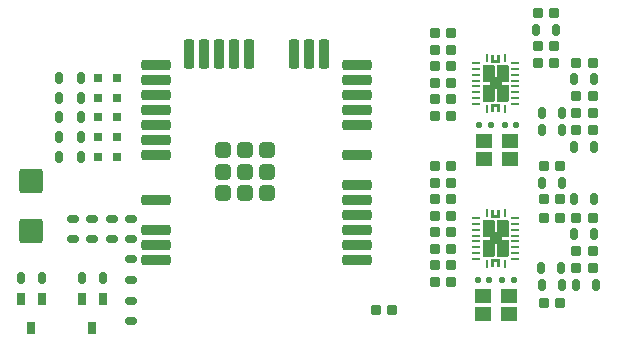
<source format=gbp>
G04*
G04 #@! TF.GenerationSoftware,Altium Limited,Altium Designer,24.0.1 (36)*
G04*
G04 Layer_Color=128*
%FSLAX44Y44*%
%MOMM*%
G71*
G04*
G04 #@! TF.SameCoordinates,D38121D6-FCFD-4B36-9C1B-6ACBE93BEE1E*
G04*
G04*
G04 #@! TF.FilePolarity,Positive*
G04*
G01*
G75*
G04:AMPARAMS|DCode=17|XSize=1mm|YSize=0.7mm|CornerRadius=0.175mm|HoleSize=0mm|Usage=FLASHONLY|Rotation=270.000|XOffset=0mm|YOffset=0mm|HoleType=Round|Shape=RoundedRectangle|*
%AMROUNDEDRECTD17*
21,1,1.0000,0.3500,0,0,270.0*
21,1,0.6500,0.7000,0,0,270.0*
1,1,0.3500,-0.1750,-0.3250*
1,1,0.3500,-0.1750,0.3250*
1,1,0.3500,0.1750,0.3250*
1,1,0.3500,0.1750,-0.3250*
%
%ADD17ROUNDEDRECTD17*%
G04:AMPARAMS|DCode=22|XSize=1mm|YSize=0.7mm|CornerRadius=0.175mm|HoleSize=0mm|Usage=FLASHONLY|Rotation=180.000|XOffset=0mm|YOffset=0mm|HoleType=Round|Shape=RoundedRectangle|*
%AMROUNDEDRECTD22*
21,1,1.0000,0.3500,0,0,180.0*
21,1,0.6500,0.7000,0,0,180.0*
1,1,0.3500,-0.3250,0.1750*
1,1,0.3500,0.3250,0.1750*
1,1,0.3500,0.3250,-0.1750*
1,1,0.3500,-0.3250,-0.1750*
%
%ADD22ROUNDEDRECTD22*%
G04:AMPARAMS|DCode=24|XSize=2.06mm|YSize=2.02mm|CornerRadius=0.2525mm|HoleSize=0mm|Usage=FLASHONLY|Rotation=270.000|XOffset=0mm|YOffset=0mm|HoleType=Round|Shape=RoundedRectangle|*
%AMROUNDEDRECTD24*
21,1,2.0600,1.5150,0,0,270.0*
21,1,1.5550,2.0200,0,0,270.0*
1,1,0.5050,-0.7575,-0.7775*
1,1,0.5050,-0.7575,0.7775*
1,1,0.5050,0.7575,0.7775*
1,1,0.5050,0.7575,-0.7775*
%
%ADD24ROUNDEDRECTD24*%
G04:AMPARAMS|DCode=33|XSize=0.81mm|YSize=0.9mm|CornerRadius=0.2025mm|HoleSize=0mm|Usage=FLASHONLY|Rotation=0.000|XOffset=0mm|YOffset=0mm|HoleType=Round|Shape=RoundedRectangle|*
%AMROUNDEDRECTD33*
21,1,0.8100,0.4950,0,0,0.0*
21,1,0.4050,0.9000,0,0,0.0*
1,1,0.4050,0.2025,-0.2475*
1,1,0.4050,-0.2025,-0.2475*
1,1,0.4050,-0.2025,0.2475*
1,1,0.4050,0.2025,0.2475*
%
%ADD33ROUNDEDRECTD33*%
G04:AMPARAMS|DCode=65|XSize=0.25mm|YSize=0.6mm|CornerRadius=0.0525mm|HoleSize=0mm|Usage=FLASHONLY|Rotation=0.000|XOffset=0mm|YOffset=0mm|HoleType=Round|Shape=RoundedRectangle|*
%AMROUNDEDRECTD65*
21,1,0.2500,0.4950,0,0,0.0*
21,1,0.1450,0.6000,0,0,0.0*
1,1,0.1050,0.0725,-0.2475*
1,1,0.1050,-0.0725,-0.2475*
1,1,0.1050,-0.0725,0.2475*
1,1,0.1050,0.0725,0.2475*
%
%ADD65ROUNDEDRECTD65*%
G04:AMPARAMS|DCode=66|XSize=0.6mm|YSize=0.25mm|CornerRadius=0.0525mm|HoleSize=0mm|Usage=FLASHONLY|Rotation=0.000|XOffset=0mm|YOffset=0mm|HoleType=Round|Shape=RoundedRectangle|*
%AMROUNDEDRECTD66*
21,1,0.6000,0.1450,0,0,0.0*
21,1,0.4950,0.2500,0,0,0.0*
1,1,0.1050,0.2475,-0.0725*
1,1,0.1050,-0.2475,-0.0725*
1,1,0.1050,-0.2475,0.0725*
1,1,0.1050,0.2475,0.0725*
%
%ADD66ROUNDEDRECTD66*%
%ADD67R,1.0000X1.0000*%
G04:AMPARAMS|DCode=68|XSize=2.5mm|YSize=0.9mm|CornerRadius=0.225mm|HoleSize=0mm|Usage=FLASHONLY|Rotation=0.000|XOffset=0mm|YOffset=0mm|HoleType=Round|Shape=RoundedRectangle|*
%AMROUNDEDRECTD68*
21,1,2.5000,0.4500,0,0,0.0*
21,1,2.0500,0.9000,0,0,0.0*
1,1,0.4500,1.0250,-0.2250*
1,1,0.4500,-1.0250,-0.2250*
1,1,0.4500,-1.0250,0.2250*
1,1,0.4500,1.0250,0.2250*
%
%ADD68ROUNDEDRECTD68*%
G04:AMPARAMS|DCode=69|XSize=0.9mm|YSize=2.5mm|CornerRadius=0.225mm|HoleSize=0mm|Usage=FLASHONLY|Rotation=0.000|XOffset=0mm|YOffset=0mm|HoleType=Round|Shape=RoundedRectangle|*
%AMROUNDEDRECTD69*
21,1,0.9000,2.0500,0,0,0.0*
21,1,0.4500,2.5000,0,0,0.0*
1,1,0.4500,0.2250,-1.0250*
1,1,0.4500,-0.2250,-1.0250*
1,1,0.4500,-0.2250,1.0250*
1,1,0.4500,0.2250,1.0250*
%
%ADD69ROUNDEDRECTD69*%
G04:AMPARAMS|DCode=70|XSize=1.33mm|YSize=1.33mm|CornerRadius=0.3325mm|HoleSize=0mm|Usage=FLASHONLY|Rotation=0.000|XOffset=0mm|YOffset=0mm|HoleType=Round|Shape=RoundedRectangle|*
%AMROUNDEDRECTD70*
21,1,1.3300,0.6650,0,0,0.0*
21,1,0.6650,1.3300,0,0,0.0*
1,1,0.6650,0.3325,-0.3325*
1,1,0.6650,-0.3325,-0.3325*
1,1,0.6650,-0.3325,0.3325*
1,1,0.6650,0.3325,0.3325*
%
%ADD70ROUNDEDRECTD70*%
%ADD71R,0.6500X1.0000*%
%ADD72R,0.8000X0.8000*%
%ADD73R,1.4000X1.1500*%
G04:AMPARAMS|DCode=74|XSize=0.5mm|YSize=0.5mm|CornerRadius=0.125mm|HoleSize=0mm|Usage=FLASHONLY|Rotation=180.000|XOffset=0mm|YOffset=0mm|HoleType=Round|Shape=RoundedRectangle|*
%AMROUNDEDRECTD74*
21,1,0.5000,0.2500,0,0,180.0*
21,1,0.2500,0.5000,0,0,180.0*
1,1,0.2500,-0.1250,0.1250*
1,1,0.2500,0.1250,0.1250*
1,1,0.2500,0.1250,-0.1250*
1,1,0.2500,-0.1250,-0.1250*
%
%ADD74ROUNDEDRECTD74*%
G36*
X442724Y128863D02*
X442750Y128865D01*
X442776Y128868D01*
X442802Y128873D01*
X442827Y128879D01*
X442853Y128886D01*
X442877Y128895D01*
X442901Y128905D01*
X442925Y128916D01*
X442948Y128929D01*
X442970Y128942D01*
X442992Y128957D01*
X443013Y128973D01*
X443033Y128990D01*
X443052Y129008D01*
X443070Y129027D01*
X443087Y129047D01*
X443103Y129068D01*
X443117Y129090D01*
X443131Y129112D01*
X443144Y129135D01*
X443155Y129158D01*
X443165Y129183D01*
X443174Y129207D01*
X443181Y129233D01*
X443187Y129258D01*
X443192Y129284D01*
X443195Y129310D01*
X443197Y129336D01*
X443198Y129362D01*
Y135512D01*
X443197Y135538D01*
X443195Y135564D01*
X443192Y135590D01*
X443187Y135616D01*
X443181Y135641D01*
X443174Y135666D01*
X443165Y135691D01*
X443155Y135715D01*
X443144Y135739D01*
X443131Y135762D01*
X443117Y135784D01*
X443103Y135806D01*
X443087Y135827D01*
X443070Y135846D01*
X443052Y135865D01*
X443033Y135883D01*
X443013Y135900D01*
X442992Y135916D01*
X442970Y135931D01*
X442948Y135945D01*
X442925Y135957D01*
X442901Y135969D01*
X442877Y135979D01*
X442853Y135987D01*
X442827Y135995D01*
X442802Y136001D01*
X442776Y136006D01*
X442750Y136009D01*
X442724Y136011D01*
X442698Y136012D01*
X436198D01*
X436172Y136011D01*
X436146Y136009D01*
X436120Y136006D01*
X436094Y136001D01*
X436069Y135995D01*
X436044Y135987D01*
X436019Y135979D01*
X435995Y135969D01*
X435971Y135957D01*
X435948Y135945D01*
X435926Y135931D01*
X435904Y135916D01*
X435883Y135900D01*
X435863Y135883D01*
X435845Y135865D01*
X435826Y135846D01*
X435810Y135827D01*
X435794Y135806D01*
X435779Y135784D01*
X435765Y135762D01*
X435753Y135739D01*
X435741Y135715D01*
X435731Y135691D01*
X435723Y135666D01*
X435715Y135641D01*
X435709Y135616D01*
X435704Y135590D01*
X435701Y135564D01*
X435699Y135538D01*
X435698Y135512D01*
Y129362D01*
X435699Y129336D01*
X435701Y129310D01*
X435704Y129284D01*
X435709Y129258D01*
X435715Y129233D01*
X435723Y129207D01*
X435731Y129183D01*
X435741Y129158D01*
X435753Y129135D01*
X435765Y129112D01*
X435779Y129090D01*
X435794Y129068D01*
X435810Y129047D01*
X435826Y129027D01*
X435845Y129008D01*
X435863Y128990D01*
X435883Y128973D01*
X435904Y128957D01*
X435926Y128942D01*
X435948Y128929D01*
X435971Y128916D01*
X435995Y128905D01*
X436019Y128895D01*
X436044Y128886D01*
X436069Y128879D01*
X436094Y128873D01*
X436120Y128868D01*
X436146Y128865D01*
X436172Y128863D01*
X436198Y128862D01*
X437698D01*
X437724Y128863D01*
X437750Y128865D01*
X437776Y128868D01*
X437802Y128873D01*
X437827Y128879D01*
X437853Y128886D01*
X437877Y128895D01*
X437901Y128905D01*
X437925Y128916D01*
X437948Y128929D01*
X437970Y128942D01*
X437992Y128957D01*
X438013Y128973D01*
X438033Y128990D01*
X438052Y129008D01*
X438070Y129027D01*
X438087Y129047D01*
X438103Y129068D01*
X438117Y129090D01*
X438131Y129112D01*
X438144Y129135D01*
X438155Y129158D01*
X438165Y129183D01*
X438174Y129207D01*
X438181Y129233D01*
X438187Y129258D01*
X438192Y129284D01*
X438195Y129310D01*
X438197Y129336D01*
X438198Y129362D01*
Y133512D01*
X440698D01*
Y129362D01*
X440699Y129336D01*
X440701Y129310D01*
X440704Y129284D01*
X440709Y129258D01*
X440715Y129233D01*
X440723Y129207D01*
X440731Y129183D01*
X440741Y129158D01*
X440753Y129135D01*
X440765Y129112D01*
X440779Y129090D01*
X440794Y129068D01*
X440810Y129047D01*
X440827Y129027D01*
X440845Y129008D01*
X440864Y128990D01*
X440883Y128973D01*
X440904Y128957D01*
X440926Y128942D01*
X440948Y128929D01*
X440971Y128916D01*
X440995Y128905D01*
X441019Y128895D01*
X441044Y128886D01*
X441069Y128879D01*
X441094Y128873D01*
X441120Y128868D01*
X441146Y128865D01*
X441172Y128863D01*
X441198Y128862D01*
X442698D01*
X442724Y128863D01*
D02*
G37*
G36*
X437974Y138013D02*
X438000Y138015D01*
X438026Y138018D01*
X438052Y138023D01*
X438078Y138029D01*
X438103Y138036D01*
X438127Y138045D01*
X438152Y138055D01*
X438175Y138066D01*
X438198Y138079D01*
X438220Y138092D01*
X438242Y138107D01*
X438263Y138123D01*
X438283Y138140D01*
X438302Y138158D01*
X438320Y138177D01*
X438337Y138197D01*
X438353Y138218D01*
X438367Y138240D01*
X438381Y138262D01*
X438394Y138285D01*
X438405Y138308D01*
X438415Y138333D01*
X438424Y138357D01*
X438431Y138383D01*
X438437Y138408D01*
X438442Y138434D01*
X438445Y138460D01*
X438447Y138486D01*
X438448Y138512D01*
Y151812D01*
X438447Y151838D01*
X438445Y151864D01*
X438442Y151890D01*
X438437Y151916D01*
X438431Y151941D01*
X438424Y151966D01*
X438415Y151991D01*
X438405Y152015D01*
X438394Y152039D01*
X438381Y152062D01*
X438367Y152084D01*
X438353Y152106D01*
X438337Y152127D01*
X438320Y152146D01*
X438302Y152165D01*
X438283Y152183D01*
X438263Y152200D01*
X438242Y152216D01*
X438220Y152231D01*
X438198Y152245D01*
X438175Y152257D01*
X438152Y152269D01*
X438127Y152279D01*
X438103Y152287D01*
X438078Y152295D01*
X438052Y152301D01*
X438026Y152306D01*
X438000Y152309D01*
X437974Y152311D01*
X437948Y152312D01*
X429148D01*
X429122Y152311D01*
X429096Y152309D01*
X429070Y152306D01*
X429044Y152301D01*
X429019Y152295D01*
X428994Y152287D01*
X428969Y152279D01*
X428945Y152269D01*
X428921Y152257D01*
X428898Y152245D01*
X428876Y152231D01*
X428854Y152216D01*
X428834Y152200D01*
X428814Y152183D01*
X428795Y152165D01*
X428777Y152146D01*
X428759Y152127D01*
X428744Y152106D01*
X428729Y152084D01*
X428715Y152062D01*
X428703Y152039D01*
X428691Y152015D01*
X428681Y151991D01*
X428673Y151966D01*
X428665Y151941D01*
X428659Y151916D01*
X428654Y151890D01*
X428651Y151864D01*
X428649Y151838D01*
X428648Y151812D01*
Y138512D01*
X428649Y138486D01*
X428651Y138460D01*
X428654Y138434D01*
X428659Y138408D01*
X428665Y138383D01*
X428673Y138357D01*
X428681Y138333D01*
X428691Y138308D01*
X428703Y138285D01*
X428715Y138262D01*
X428729Y138240D01*
X428744Y138218D01*
X428759Y138197D01*
X428777Y138177D01*
X428795Y138158D01*
X428814Y138140D01*
X428834Y138123D01*
X428854Y138107D01*
X428876Y138092D01*
X428898Y138079D01*
X428921Y138066D01*
X428945Y138055D01*
X428969Y138045D01*
X428994Y138036D01*
X429019Y138029D01*
X429044Y138023D01*
X429070Y138018D01*
X429096Y138015D01*
X429122Y138013D01*
X429148Y138012D01*
X437948D01*
X437974Y138013D01*
D02*
G37*
G36*
X449774D02*
X449800Y138015D01*
X449826Y138018D01*
X449852Y138023D01*
X449878Y138029D01*
X449903Y138036D01*
X449927Y138045D01*
X449952Y138055D01*
X449975Y138066D01*
X449998Y138079D01*
X450020Y138092D01*
X450042Y138107D01*
X450063Y138123D01*
X450083Y138140D01*
X450102Y138158D01*
X450120Y138177D01*
X450137Y138197D01*
X450153Y138218D01*
X450168Y138240D01*
X450181Y138262D01*
X450194Y138285D01*
X450205Y138308D01*
X450215Y138333D01*
X450224Y138357D01*
X450231Y138383D01*
X450237Y138408D01*
X450242Y138434D01*
X450245Y138460D01*
X450247Y138486D01*
X450248Y138512D01*
Y151812D01*
X450247Y151838D01*
X450245Y151864D01*
X450242Y151890D01*
X450237Y151916D01*
X450231Y151941D01*
X450224Y151966D01*
X450215Y151991D01*
X450205Y152015D01*
X450194Y152039D01*
X450181Y152062D01*
X450168Y152084D01*
X450153Y152106D01*
X450137Y152127D01*
X450120Y152146D01*
X450102Y152165D01*
X450083Y152183D01*
X450063Y152200D01*
X450042Y152216D01*
X450020Y152231D01*
X449998Y152245D01*
X449975Y152257D01*
X449952Y152269D01*
X449927Y152279D01*
X449903Y152287D01*
X449878Y152295D01*
X449852Y152301D01*
X449826Y152306D01*
X449800Y152309D01*
X449774Y152311D01*
X449748Y152312D01*
X440948D01*
X440922Y152311D01*
X440896Y152309D01*
X440870Y152306D01*
X440844Y152301D01*
X440819Y152295D01*
X440794Y152287D01*
X440769Y152279D01*
X440745Y152269D01*
X440721Y152257D01*
X440698Y152245D01*
X440676Y152231D01*
X440654Y152216D01*
X440634Y152200D01*
X440614Y152183D01*
X440595Y152165D01*
X440577Y152146D01*
X440560Y152127D01*
X440544Y152106D01*
X440529Y152084D01*
X440515Y152062D01*
X440503Y152039D01*
X440491Y152015D01*
X440481Y151991D01*
X440473Y151966D01*
X440465Y151941D01*
X440459Y151916D01*
X440454Y151890D01*
X440451Y151864D01*
X440449Y151838D01*
X440448Y151812D01*
Y138512D01*
X440449Y138486D01*
X440451Y138460D01*
X440454Y138434D01*
X440459Y138408D01*
X440465Y138383D01*
X440473Y138357D01*
X440481Y138333D01*
X440491Y138308D01*
X440503Y138285D01*
X440515Y138262D01*
X440529Y138240D01*
X440544Y138218D01*
X440560Y138197D01*
X440577Y138177D01*
X440595Y138158D01*
X440614Y138140D01*
X440634Y138123D01*
X440654Y138107D01*
X440676Y138092D01*
X440698Y138079D01*
X440721Y138066D01*
X440745Y138055D01*
X440769Y138045D01*
X440794Y138036D01*
X440819Y138029D01*
X440844Y138023D01*
X440870Y138018D01*
X440896Y138015D01*
X440922Y138013D01*
X440948Y138012D01*
X449748D01*
X449774Y138013D01*
D02*
G37*
G36*
X437974Y154413D02*
X438000Y154415D01*
X438026Y154418D01*
X438052Y154423D01*
X438078Y154429D01*
X438103Y154436D01*
X438127Y154445D01*
X438152Y154455D01*
X438175Y154466D01*
X438198Y154479D01*
X438220Y154493D01*
X438242Y154507D01*
X438263Y154523D01*
X438283Y154540D01*
X438302Y154558D01*
X438320Y154577D01*
X438337Y154597D01*
X438353Y154618D01*
X438367Y154640D01*
X438381Y154662D01*
X438394Y154685D01*
X438405Y154708D01*
X438415Y154733D01*
X438424Y154757D01*
X438431Y154782D01*
X438437Y154808D01*
X438442Y154834D01*
X438445Y154860D01*
X438447Y154886D01*
X438448Y154912D01*
Y168212D01*
X438447Y168238D01*
X438445Y168264D01*
X438442Y168290D01*
X438437Y168316D01*
X438431Y168341D01*
X438424Y168366D01*
X438415Y168391D01*
X438405Y168415D01*
X438394Y168439D01*
X438381Y168462D01*
X438367Y168484D01*
X438353Y168506D01*
X438337Y168526D01*
X438320Y168546D01*
X438302Y168565D01*
X438283Y168584D01*
X438263Y168601D01*
X438242Y168616D01*
X438220Y168631D01*
X438198Y168645D01*
X438175Y168657D01*
X438152Y168669D01*
X438127Y168679D01*
X438103Y168687D01*
X438078Y168695D01*
X438052Y168701D01*
X438026Y168706D01*
X438000Y168709D01*
X437974Y168711D01*
X437948Y168712D01*
X429148D01*
X429122Y168711D01*
X429096Y168709D01*
X429070Y168706D01*
X429044Y168701D01*
X429019Y168695D01*
X428994Y168687D01*
X428969Y168679D01*
X428945Y168669D01*
X428921Y168657D01*
X428898Y168645D01*
X428876Y168631D01*
X428854Y168616D01*
X428834Y168601D01*
X428814Y168584D01*
X428795Y168565D01*
X428777Y168546D01*
X428759Y168526D01*
X428744Y168506D01*
X428729Y168484D01*
X428715Y168462D01*
X428703Y168439D01*
X428691Y168415D01*
X428681Y168391D01*
X428673Y168366D01*
X428665Y168341D01*
X428659Y168316D01*
X428654Y168290D01*
X428651Y168264D01*
X428649Y168238D01*
X428648Y168212D01*
Y154912D01*
X428649Y154886D01*
X428651Y154860D01*
X428654Y154834D01*
X428659Y154808D01*
X428665Y154782D01*
X428673Y154757D01*
X428681Y154733D01*
X428691Y154708D01*
X428703Y154685D01*
X428715Y154662D01*
X428729Y154640D01*
X428744Y154618D01*
X428759Y154597D01*
X428777Y154577D01*
X428795Y154558D01*
X428814Y154540D01*
X428834Y154523D01*
X428854Y154507D01*
X428876Y154493D01*
X428898Y154479D01*
X428921Y154466D01*
X428945Y154455D01*
X428969Y154445D01*
X428994Y154436D01*
X429019Y154429D01*
X429044Y154423D01*
X429070Y154418D01*
X429096Y154415D01*
X429122Y154413D01*
X429148Y154412D01*
X437948D01*
X437974Y154413D01*
D02*
G37*
G36*
X449774D02*
X449800Y154415D01*
X449826Y154418D01*
X449852Y154423D01*
X449878Y154429D01*
X449903Y154436D01*
X449927Y154445D01*
X449952Y154455D01*
X449975Y154466D01*
X449998Y154479D01*
X450020Y154493D01*
X450042Y154507D01*
X450063Y154523D01*
X450083Y154540D01*
X450102Y154558D01*
X450120Y154577D01*
X450137Y154597D01*
X450153Y154618D01*
X450168Y154640D01*
X450181Y154662D01*
X450194Y154685D01*
X450205Y154708D01*
X450215Y154733D01*
X450224Y154757D01*
X450231Y154782D01*
X450237Y154808D01*
X450242Y154834D01*
X450245Y154860D01*
X450247Y154886D01*
X450248Y154912D01*
Y168212D01*
X450247Y168238D01*
X450245Y168264D01*
X450242Y168290D01*
X450237Y168316D01*
X450231Y168341D01*
X450224Y168366D01*
X450215Y168391D01*
X450205Y168415D01*
X450194Y168439D01*
X450181Y168462D01*
X450168Y168484D01*
X450153Y168506D01*
X450137Y168526D01*
X450120Y168546D01*
X450102Y168565D01*
X450083Y168584D01*
X450063Y168601D01*
X450042Y168616D01*
X450020Y168631D01*
X449998Y168645D01*
X449975Y168657D01*
X449952Y168669D01*
X449927Y168679D01*
X449903Y168687D01*
X449878Y168695D01*
X449852Y168701D01*
X449826Y168706D01*
X449800Y168709D01*
X449774Y168711D01*
X449748Y168712D01*
X440948D01*
X440922Y168711D01*
X440896Y168709D01*
X440870Y168706D01*
X440844Y168701D01*
X440819Y168695D01*
X440794Y168687D01*
X440769Y168679D01*
X440745Y168669D01*
X440721Y168657D01*
X440698Y168645D01*
X440676Y168631D01*
X440654Y168616D01*
X440634Y168601D01*
X440614Y168584D01*
X440595Y168565D01*
X440577Y168546D01*
X440560Y168526D01*
X440544Y168506D01*
X440529Y168484D01*
X440515Y168462D01*
X440503Y168439D01*
X440491Y168415D01*
X440481Y168391D01*
X440473Y168366D01*
X440465Y168341D01*
X440459Y168316D01*
X440454Y168290D01*
X440451Y168264D01*
X440449Y168238D01*
X440448Y168212D01*
Y154912D01*
X440449Y154886D01*
X440451Y154860D01*
X440454Y154834D01*
X440459Y154808D01*
X440465Y154782D01*
X440473Y154757D01*
X440481Y154733D01*
X440491Y154708D01*
X440503Y154685D01*
X440515Y154662D01*
X440529Y154640D01*
X440544Y154618D01*
X440560Y154597D01*
X440577Y154577D01*
X440595Y154558D01*
X440614Y154540D01*
X440634Y154523D01*
X440654Y154507D01*
X440676Y154493D01*
X440698Y154479D01*
X440721Y154466D01*
X440745Y154455D01*
X440769Y154445D01*
X440794Y154436D01*
X440819Y154429D01*
X440844Y154423D01*
X440870Y154418D01*
X440896Y154415D01*
X440922Y154413D01*
X440948Y154412D01*
X449748D01*
X449774Y154413D01*
D02*
G37*
G36*
X442724Y170713D02*
X442750Y170715D01*
X442776Y170718D01*
X442802Y170723D01*
X442827Y170729D01*
X442853Y170736D01*
X442877Y170745D01*
X442901Y170755D01*
X442925Y170766D01*
X442948Y170779D01*
X442970Y170793D01*
X442992Y170807D01*
X443013Y170823D01*
X443033Y170840D01*
X443052Y170858D01*
X443070Y170877D01*
X443087Y170897D01*
X443103Y170918D01*
X443117Y170940D01*
X443131Y170962D01*
X443144Y170985D01*
X443155Y171008D01*
X443165Y171033D01*
X443174Y171057D01*
X443181Y171082D01*
X443187Y171108D01*
X443192Y171134D01*
X443195Y171160D01*
X443197Y171186D01*
X443198Y171212D01*
Y177362D01*
X443197Y177388D01*
X443195Y177414D01*
X443192Y177440D01*
X443187Y177466D01*
X443181Y177491D01*
X443174Y177516D01*
X443165Y177541D01*
X443155Y177565D01*
X443144Y177589D01*
X443131Y177612D01*
X443117Y177634D01*
X443103Y177656D01*
X443087Y177677D01*
X443070Y177696D01*
X443052Y177715D01*
X443033Y177733D01*
X443013Y177750D01*
X442992Y177766D01*
X442970Y177781D01*
X442948Y177795D01*
X442925Y177807D01*
X442901Y177819D01*
X442877Y177829D01*
X442853Y177837D01*
X442827Y177845D01*
X442802Y177851D01*
X442776Y177856D01*
X442750Y177859D01*
X442724Y177861D01*
X442698Y177862D01*
X441198D01*
X441172Y177861D01*
X441146Y177859D01*
X441120Y177856D01*
X441094Y177851D01*
X441069Y177845D01*
X441044Y177837D01*
X441019Y177829D01*
X440995Y177819D01*
X440971Y177807D01*
X440948Y177795D01*
X440926Y177781D01*
X440904Y177766D01*
X440883Y177750D01*
X440864Y177733D01*
X440845Y177715D01*
X440827Y177696D01*
X440810Y177677D01*
X440794Y177656D01*
X440779Y177634D01*
X440765Y177612D01*
X440753Y177589D01*
X440741Y177565D01*
X440731Y177541D01*
X440723Y177516D01*
X440715Y177491D01*
X440709Y177466D01*
X440704Y177440D01*
X440701Y177414D01*
X440699Y177388D01*
X440698Y177362D01*
Y173212D01*
X438198D01*
Y177362D01*
X438197Y177388D01*
X438195Y177414D01*
X438192Y177440D01*
X438187Y177466D01*
X438181Y177491D01*
X438174Y177516D01*
X438165Y177541D01*
X438155Y177565D01*
X438144Y177589D01*
X438131Y177612D01*
X438117Y177634D01*
X438103Y177656D01*
X438087Y177677D01*
X438070Y177696D01*
X438052Y177715D01*
X438033Y177733D01*
X438013Y177750D01*
X437992Y177766D01*
X437970Y177781D01*
X437948Y177795D01*
X437925Y177807D01*
X437901Y177819D01*
X437877Y177829D01*
X437853Y177837D01*
X437827Y177845D01*
X437802Y177851D01*
X437776Y177856D01*
X437750Y177859D01*
X437724Y177861D01*
X437698Y177862D01*
X436198D01*
X436172Y177861D01*
X436146Y177859D01*
X436120Y177856D01*
X436094Y177851D01*
X436069Y177845D01*
X436044Y177837D01*
X436019Y177829D01*
X435995Y177819D01*
X435971Y177807D01*
X435948Y177795D01*
X435926Y177781D01*
X435904Y177766D01*
X435883Y177750D01*
X435863Y177733D01*
X435845Y177715D01*
X435826Y177696D01*
X435810Y177677D01*
X435794Y177656D01*
X435779Y177634D01*
X435765Y177612D01*
X435753Y177589D01*
X435741Y177565D01*
X435731Y177541D01*
X435723Y177516D01*
X435715Y177491D01*
X435709Y177466D01*
X435704Y177440D01*
X435701Y177414D01*
X435699Y177388D01*
X435698Y177362D01*
Y171212D01*
X435699Y171186D01*
X435701Y171160D01*
X435704Y171134D01*
X435709Y171108D01*
X435715Y171082D01*
X435723Y171057D01*
X435731Y171033D01*
X435741Y171008D01*
X435753Y170985D01*
X435765Y170962D01*
X435779Y170940D01*
X435794Y170918D01*
X435810Y170897D01*
X435826Y170877D01*
X435845Y170858D01*
X435863Y170840D01*
X435883Y170823D01*
X435904Y170807D01*
X435926Y170793D01*
X435948Y170779D01*
X435971Y170766D01*
X435995Y170755D01*
X436019Y170745D01*
X436044Y170736D01*
X436069Y170729D01*
X436094Y170723D01*
X436120Y170718D01*
X436146Y170715D01*
X436172Y170713D01*
X436198Y170712D01*
X442698D01*
X442724Y170713D01*
D02*
G37*
G36*
X449774Y283549D02*
X449800Y283547D01*
X449826Y283544D01*
X449852Y283539D01*
X449878Y283533D01*
X449903Y283525D01*
X449927Y283517D01*
X449952Y283507D01*
X449975Y283495D01*
X449998Y283483D01*
X450020Y283469D01*
X450042Y283454D01*
X450063Y283438D01*
X450083Y283421D01*
X450102Y283403D01*
X450120Y283384D01*
X450137Y283365D01*
X450153Y283344D01*
X450168Y283322D01*
X450181Y283300D01*
X450194Y283277D01*
X450205Y283253D01*
X450215Y283229D01*
X450224Y283204D01*
X450231Y283179D01*
X450237Y283154D01*
X450242Y283128D01*
X450245Y283102D01*
X450247Y283076D01*
X450248Y283050D01*
Y269750D01*
X450247Y269724D01*
X450245Y269698D01*
X450242Y269672D01*
X450237Y269646D01*
X450231Y269620D01*
X450224Y269595D01*
X450215Y269571D01*
X450205Y269547D01*
X450194Y269523D01*
X450181Y269500D01*
X450168Y269478D01*
X450153Y269456D01*
X450137Y269435D01*
X450120Y269415D01*
X450102Y269396D01*
X450083Y269378D01*
X450063Y269361D01*
X450042Y269345D01*
X450020Y269331D01*
X449998Y269317D01*
X449975Y269304D01*
X449952Y269293D01*
X449927Y269283D01*
X449903Y269274D01*
X449878Y269267D01*
X449852Y269261D01*
X449826Y269256D01*
X449800Y269253D01*
X449774Y269251D01*
X449748Y269250D01*
X440948D01*
X440922Y269251D01*
X440896Y269253D01*
X440870Y269256D01*
X440844Y269261D01*
X440819Y269267D01*
X440794Y269274D01*
X440769Y269283D01*
X440745Y269293D01*
X440721Y269304D01*
X440698Y269317D01*
X440676Y269331D01*
X440654Y269345D01*
X440634Y269361D01*
X440614Y269378D01*
X440595Y269396D01*
X440577Y269415D01*
X440560Y269435D01*
X440544Y269456D01*
X440529Y269478D01*
X440515Y269500D01*
X440503Y269523D01*
X440491Y269547D01*
X440481Y269571D01*
X440473Y269595D01*
X440465Y269620D01*
X440459Y269646D01*
X440454Y269672D01*
X440451Y269698D01*
X440449Y269724D01*
X440448Y269750D01*
Y283050D01*
X440449Y283076D01*
X440451Y283102D01*
X440454Y283128D01*
X440459Y283154D01*
X440465Y283179D01*
X440473Y283204D01*
X440481Y283229D01*
X440491Y283253D01*
X440503Y283277D01*
X440515Y283300D01*
X440529Y283322D01*
X440544Y283344D01*
X440560Y283365D01*
X440577Y283384D01*
X440595Y283403D01*
X440614Y283421D01*
X440634Y283438D01*
X440654Y283454D01*
X440676Y283469D01*
X440698Y283483D01*
X440721Y283495D01*
X440745Y283507D01*
X440769Y283517D01*
X440794Y283525D01*
X440819Y283533D01*
X440844Y283539D01*
X440870Y283544D01*
X440896Y283547D01*
X440922Y283549D01*
X440948Y283550D01*
X449748D01*
X449774Y283549D01*
D02*
G37*
G36*
X437974D02*
X438000Y283547D01*
X438026Y283544D01*
X438052Y283539D01*
X438078Y283533D01*
X438103Y283525D01*
X438127Y283517D01*
X438152Y283507D01*
X438175Y283495D01*
X438198Y283483D01*
X438220Y283469D01*
X438242Y283454D01*
X438263Y283438D01*
X438283Y283421D01*
X438302Y283403D01*
X438320Y283384D01*
X438337Y283365D01*
X438353Y283344D01*
X438367Y283322D01*
X438381Y283300D01*
X438394Y283277D01*
X438405Y283253D01*
X438415Y283229D01*
X438424Y283204D01*
X438431Y283179D01*
X438437Y283154D01*
X438442Y283128D01*
X438445Y283102D01*
X438447Y283076D01*
X438448Y283050D01*
Y269750D01*
X438447Y269724D01*
X438445Y269698D01*
X438442Y269672D01*
X438437Y269646D01*
X438431Y269620D01*
X438424Y269595D01*
X438415Y269571D01*
X438405Y269547D01*
X438394Y269523D01*
X438381Y269500D01*
X438367Y269478D01*
X438353Y269456D01*
X438337Y269435D01*
X438320Y269415D01*
X438302Y269396D01*
X438283Y269378D01*
X438263Y269361D01*
X438242Y269345D01*
X438220Y269331D01*
X438198Y269317D01*
X438175Y269304D01*
X438152Y269293D01*
X438127Y269283D01*
X438103Y269274D01*
X438078Y269267D01*
X438052Y269261D01*
X438026Y269256D01*
X438000Y269253D01*
X437974Y269251D01*
X437948Y269250D01*
X429148D01*
X429122Y269251D01*
X429096Y269253D01*
X429070Y269256D01*
X429044Y269261D01*
X429019Y269267D01*
X428994Y269274D01*
X428969Y269283D01*
X428945Y269293D01*
X428921Y269304D01*
X428898Y269317D01*
X428876Y269331D01*
X428854Y269345D01*
X428834Y269361D01*
X428814Y269378D01*
X428795Y269396D01*
X428777Y269415D01*
X428759Y269435D01*
X428744Y269456D01*
X428729Y269478D01*
X428715Y269500D01*
X428703Y269523D01*
X428691Y269547D01*
X428681Y269571D01*
X428673Y269595D01*
X428665Y269620D01*
X428659Y269646D01*
X428654Y269672D01*
X428651Y269698D01*
X428649Y269724D01*
X428648Y269750D01*
Y283050D01*
X428649Y283076D01*
X428651Y283102D01*
X428654Y283128D01*
X428659Y283154D01*
X428665Y283179D01*
X428673Y283204D01*
X428681Y283229D01*
X428691Y283253D01*
X428703Y283277D01*
X428715Y283300D01*
X428729Y283322D01*
X428744Y283344D01*
X428759Y283365D01*
X428777Y283384D01*
X428795Y283403D01*
X428814Y283421D01*
X428834Y283438D01*
X428854Y283454D01*
X428876Y283469D01*
X428898Y283483D01*
X428921Y283495D01*
X428945Y283507D01*
X428969Y283517D01*
X428994Y283525D01*
X429019Y283533D01*
X429044Y283539D01*
X429070Y283544D01*
X429096Y283547D01*
X429122Y283549D01*
X429148Y283550D01*
X437948D01*
X437974Y283549D01*
D02*
G37*
G36*
X442724Y267249D02*
X442750Y267247D01*
X442776Y267244D01*
X442802Y267239D01*
X442827Y267233D01*
X442853Y267225D01*
X442877Y267217D01*
X442901Y267207D01*
X442925Y267195D01*
X442948Y267183D01*
X442970Y267169D01*
X442992Y267154D01*
X443013Y267138D01*
X443033Y267121D01*
X443052Y267103D01*
X443070Y267084D01*
X443087Y267064D01*
X443103Y267044D01*
X443117Y267022D01*
X443131Y267000D01*
X443144Y266977D01*
X443155Y266953D01*
X443165Y266929D01*
X443174Y266904D01*
X443181Y266879D01*
X443187Y266854D01*
X443192Y266828D01*
X443195Y266802D01*
X443197Y266776D01*
X443198Y266750D01*
Y260600D01*
X443197Y260574D01*
X443195Y260548D01*
X443192Y260522D01*
X443187Y260496D01*
X443181Y260470D01*
X443174Y260445D01*
X443165Y260421D01*
X443155Y260396D01*
X443144Y260373D01*
X443131Y260350D01*
X443117Y260327D01*
X443103Y260306D01*
X443087Y260285D01*
X443070Y260265D01*
X443052Y260246D01*
X443033Y260228D01*
X443013Y260211D01*
X442992Y260195D01*
X442970Y260180D01*
X442948Y260167D01*
X442925Y260154D01*
X442901Y260143D01*
X442877Y260133D01*
X442853Y260124D01*
X442827Y260117D01*
X442802Y260111D01*
X442776Y260106D01*
X442750Y260103D01*
X442724Y260100D01*
X442698Y260100D01*
X441198D01*
X441172Y260100D01*
X441146Y260103D01*
X441120Y260106D01*
X441094Y260111D01*
X441069Y260117D01*
X441044Y260124D01*
X441019Y260133D01*
X440995Y260143D01*
X440971Y260154D01*
X440948Y260167D01*
X440926Y260180D01*
X440904Y260195D01*
X440883Y260211D01*
X440864Y260228D01*
X440845Y260246D01*
X440827Y260265D01*
X440810Y260285D01*
X440794Y260306D01*
X440779Y260327D01*
X440765Y260350D01*
X440753Y260373D01*
X440741Y260396D01*
X440731Y260421D01*
X440723Y260445D01*
X440715Y260470D01*
X440709Y260496D01*
X440704Y260522D01*
X440701Y260548D01*
X440699Y260574D01*
X440698Y260600D01*
Y264750D01*
X438198D01*
Y260600D01*
X438197Y260574D01*
X438195Y260548D01*
X438192Y260522D01*
X438187Y260496D01*
X438181Y260470D01*
X438174Y260445D01*
X438165Y260421D01*
X438155Y260396D01*
X438144Y260373D01*
X438131Y260350D01*
X438117Y260327D01*
X438103Y260306D01*
X438087Y260285D01*
X438070Y260265D01*
X438052Y260246D01*
X438033Y260228D01*
X438013Y260211D01*
X437992Y260195D01*
X437970Y260180D01*
X437948Y260167D01*
X437925Y260154D01*
X437901Y260143D01*
X437877Y260133D01*
X437853Y260124D01*
X437827Y260117D01*
X437802Y260111D01*
X437776Y260106D01*
X437750Y260103D01*
X437724Y260100D01*
X437698Y260100D01*
X436198D01*
X436172Y260100D01*
X436146Y260103D01*
X436120Y260106D01*
X436094Y260111D01*
X436069Y260117D01*
X436044Y260124D01*
X436019Y260133D01*
X435995Y260143D01*
X435971Y260154D01*
X435948Y260167D01*
X435926Y260180D01*
X435904Y260195D01*
X435883Y260211D01*
X435863Y260228D01*
X435845Y260246D01*
X435826Y260265D01*
X435810Y260285D01*
X435794Y260306D01*
X435779Y260327D01*
X435765Y260350D01*
X435753Y260373D01*
X435741Y260396D01*
X435731Y260421D01*
X435723Y260445D01*
X435715Y260470D01*
X435709Y260496D01*
X435704Y260522D01*
X435701Y260548D01*
X435699Y260574D01*
X435698Y260600D01*
Y266750D01*
X435699Y266776D01*
X435701Y266802D01*
X435704Y266828D01*
X435709Y266854D01*
X435715Y266879D01*
X435723Y266904D01*
X435731Y266929D01*
X435741Y266953D01*
X435753Y266977D01*
X435765Y267000D01*
X435779Y267022D01*
X435794Y267044D01*
X435810Y267064D01*
X435826Y267084D01*
X435845Y267103D01*
X435863Y267121D01*
X435883Y267138D01*
X435904Y267154D01*
X435926Y267169D01*
X435948Y267183D01*
X435971Y267195D01*
X435995Y267207D01*
X436019Y267217D01*
X436044Y267225D01*
X436069Y267233D01*
X436094Y267239D01*
X436120Y267244D01*
X436146Y267247D01*
X436172Y267249D01*
X436198Y267250D01*
X442698D01*
X442724Y267249D01*
D02*
G37*
G36*
X437974Y285651D02*
X438000Y285653D01*
X438026Y285656D01*
X438052Y285661D01*
X438078Y285667D01*
X438103Y285674D01*
X438127Y285683D01*
X438152Y285693D01*
X438175Y285704D01*
X438198Y285717D01*
X438220Y285730D01*
X438242Y285745D01*
X438263Y285761D01*
X438283Y285778D01*
X438302Y285796D01*
X438320Y285815D01*
X438337Y285835D01*
X438353Y285856D01*
X438367Y285877D01*
X438381Y285900D01*
X438394Y285923D01*
X438405Y285947D01*
X438415Y285971D01*
X438424Y285995D01*
X438431Y286021D01*
X438437Y286046D01*
X438442Y286072D01*
X438445Y286098D01*
X438447Y286124D01*
X438448Y286150D01*
Y299450D01*
X438447Y299476D01*
X438445Y299502D01*
X438442Y299528D01*
X438437Y299554D01*
X438431Y299579D01*
X438424Y299604D01*
X438415Y299629D01*
X438405Y299653D01*
X438394Y299677D01*
X438381Y299700D01*
X438367Y299722D01*
X438353Y299744D01*
X438337Y299764D01*
X438320Y299784D01*
X438302Y299803D01*
X438283Y299821D01*
X438263Y299838D01*
X438242Y299854D01*
X438220Y299869D01*
X438198Y299883D01*
X438175Y299895D01*
X438152Y299907D01*
X438127Y299917D01*
X438103Y299925D01*
X438078Y299933D01*
X438052Y299939D01*
X438026Y299944D01*
X438000Y299947D01*
X437974Y299949D01*
X437948Y299950D01*
X429148D01*
X429122Y299949D01*
X429096Y299947D01*
X429070Y299944D01*
X429044Y299939D01*
X429019Y299933D01*
X428994Y299925D01*
X428969Y299917D01*
X428945Y299907D01*
X428921Y299895D01*
X428898Y299883D01*
X428876Y299869D01*
X428854Y299854D01*
X428834Y299838D01*
X428814Y299821D01*
X428795Y299803D01*
X428777Y299784D01*
X428759Y299764D01*
X428744Y299744D01*
X428729Y299722D01*
X428715Y299700D01*
X428703Y299677D01*
X428691Y299653D01*
X428681Y299629D01*
X428673Y299604D01*
X428665Y299579D01*
X428659Y299554D01*
X428654Y299528D01*
X428651Y299502D01*
X428649Y299476D01*
X428648Y299450D01*
Y286150D01*
X428649Y286124D01*
X428651Y286098D01*
X428654Y286072D01*
X428659Y286046D01*
X428665Y286021D01*
X428673Y285995D01*
X428681Y285971D01*
X428691Y285947D01*
X428703Y285923D01*
X428715Y285900D01*
X428729Y285877D01*
X428744Y285856D01*
X428759Y285835D01*
X428777Y285815D01*
X428795Y285796D01*
X428814Y285778D01*
X428834Y285761D01*
X428854Y285745D01*
X428876Y285730D01*
X428898Y285717D01*
X428921Y285704D01*
X428945Y285693D01*
X428969Y285683D01*
X428994Y285674D01*
X429019Y285667D01*
X429044Y285661D01*
X429070Y285656D01*
X429096Y285653D01*
X429122Y285651D01*
X429148Y285650D01*
X437948D01*
X437974Y285651D01*
D02*
G37*
G36*
X449774D02*
X449800Y285653D01*
X449826Y285656D01*
X449852Y285661D01*
X449878Y285667D01*
X449903Y285674D01*
X449927Y285683D01*
X449952Y285693D01*
X449975Y285704D01*
X449998Y285717D01*
X450020Y285730D01*
X450042Y285745D01*
X450063Y285761D01*
X450083Y285778D01*
X450102Y285796D01*
X450120Y285815D01*
X450137Y285835D01*
X450153Y285856D01*
X450168Y285877D01*
X450181Y285900D01*
X450194Y285923D01*
X450205Y285947D01*
X450215Y285971D01*
X450224Y285995D01*
X450231Y286021D01*
X450237Y286046D01*
X450242Y286072D01*
X450245Y286098D01*
X450247Y286124D01*
X450248Y286150D01*
Y299450D01*
X450247Y299476D01*
X450245Y299502D01*
X450242Y299528D01*
X450237Y299554D01*
X450231Y299579D01*
X450224Y299604D01*
X450215Y299629D01*
X450205Y299653D01*
X450194Y299677D01*
X450181Y299700D01*
X450168Y299722D01*
X450153Y299744D01*
X450137Y299764D01*
X450120Y299784D01*
X450102Y299803D01*
X450083Y299821D01*
X450063Y299838D01*
X450042Y299854D01*
X450020Y299869D01*
X449998Y299883D01*
X449975Y299895D01*
X449952Y299907D01*
X449927Y299917D01*
X449903Y299925D01*
X449878Y299933D01*
X449852Y299939D01*
X449826Y299944D01*
X449800Y299947D01*
X449774Y299949D01*
X449748Y299950D01*
X440948D01*
X440922Y299949D01*
X440896Y299947D01*
X440870Y299944D01*
X440844Y299939D01*
X440819Y299933D01*
X440794Y299925D01*
X440769Y299917D01*
X440745Y299907D01*
X440721Y299895D01*
X440698Y299883D01*
X440676Y299869D01*
X440654Y299854D01*
X440634Y299838D01*
X440614Y299821D01*
X440595Y299803D01*
X440577Y299784D01*
X440560Y299764D01*
X440544Y299744D01*
X440529Y299722D01*
X440515Y299700D01*
X440503Y299677D01*
X440491Y299653D01*
X440481Y299629D01*
X440473Y299604D01*
X440465Y299579D01*
X440459Y299554D01*
X440454Y299528D01*
X440451Y299502D01*
X440449Y299476D01*
X440448Y299450D01*
Y286150D01*
X440449Y286124D01*
X440451Y286098D01*
X440454Y286072D01*
X440459Y286046D01*
X440465Y286021D01*
X440473Y285995D01*
X440481Y285971D01*
X440491Y285947D01*
X440503Y285923D01*
X440515Y285900D01*
X440529Y285877D01*
X440544Y285856D01*
X440560Y285835D01*
X440577Y285815D01*
X440595Y285796D01*
X440614Y285778D01*
X440634Y285761D01*
X440654Y285745D01*
X440676Y285730D01*
X440698Y285717D01*
X440721Y285704D01*
X440745Y285693D01*
X440769Y285683D01*
X440794Y285674D01*
X440819Y285667D01*
X440844Y285661D01*
X440870Y285656D01*
X440896Y285653D01*
X440922Y285651D01*
X440948Y285650D01*
X449748D01*
X449774Y285651D01*
D02*
G37*
G36*
X442724Y301951D02*
X442750Y301953D01*
X442776Y301956D01*
X442802Y301961D01*
X442827Y301967D01*
X442853Y301974D01*
X442877Y301983D01*
X442901Y301993D01*
X442925Y302004D01*
X442948Y302017D01*
X442970Y302031D01*
X442992Y302045D01*
X443013Y302061D01*
X443033Y302078D01*
X443052Y302096D01*
X443070Y302115D01*
X443087Y302135D01*
X443103Y302156D01*
X443117Y302178D01*
X443131Y302200D01*
X443144Y302223D01*
X443155Y302246D01*
X443165Y302271D01*
X443174Y302295D01*
X443181Y302320D01*
X443187Y302346D01*
X443192Y302372D01*
X443195Y302398D01*
X443197Y302424D01*
X443198Y302450D01*
Y308600D01*
X443197Y308626D01*
X443195Y308652D01*
X443192Y308678D01*
X443187Y308704D01*
X443181Y308729D01*
X443174Y308754D01*
X443165Y308779D01*
X443155Y308803D01*
X443144Y308827D01*
X443131Y308850D01*
X443117Y308872D01*
X443103Y308894D01*
X443087Y308915D01*
X443070Y308934D01*
X443052Y308953D01*
X443033Y308971D01*
X443013Y308988D01*
X442992Y309004D01*
X442970Y309019D01*
X442948Y309033D01*
X442925Y309045D01*
X442901Y309057D01*
X442877Y309067D01*
X442853Y309075D01*
X442827Y309083D01*
X442802Y309089D01*
X442776Y309094D01*
X442750Y309097D01*
X442724Y309099D01*
X442698Y309100D01*
X441198D01*
X441172Y309099D01*
X441146Y309097D01*
X441120Y309094D01*
X441094Y309089D01*
X441069Y309083D01*
X441044Y309075D01*
X441019Y309067D01*
X440995Y309057D01*
X440971Y309045D01*
X440948Y309033D01*
X440926Y309019D01*
X440904Y309004D01*
X440883Y308988D01*
X440864Y308971D01*
X440845Y308953D01*
X440827Y308934D01*
X440810Y308915D01*
X440794Y308894D01*
X440779Y308872D01*
X440765Y308850D01*
X440753Y308827D01*
X440741Y308803D01*
X440731Y308779D01*
X440723Y308754D01*
X440715Y308729D01*
X440709Y308704D01*
X440704Y308678D01*
X440701Y308652D01*
X440699Y308626D01*
X440698Y308600D01*
Y304450D01*
X438198D01*
Y308600D01*
X438197Y308626D01*
X438195Y308652D01*
X438192Y308678D01*
X438187Y308704D01*
X438181Y308729D01*
X438174Y308754D01*
X438165Y308779D01*
X438155Y308803D01*
X438144Y308827D01*
X438131Y308850D01*
X438117Y308872D01*
X438103Y308894D01*
X438087Y308915D01*
X438070Y308934D01*
X438052Y308953D01*
X438033Y308971D01*
X438013Y308988D01*
X437992Y309004D01*
X437970Y309019D01*
X437948Y309033D01*
X437925Y309045D01*
X437901Y309057D01*
X437877Y309067D01*
X437853Y309075D01*
X437827Y309083D01*
X437802Y309089D01*
X437776Y309094D01*
X437750Y309097D01*
X437724Y309099D01*
X437698Y309100D01*
X436198D01*
X436172Y309099D01*
X436146Y309097D01*
X436120Y309094D01*
X436094Y309089D01*
X436069Y309083D01*
X436044Y309075D01*
X436019Y309067D01*
X435995Y309057D01*
X435971Y309045D01*
X435948Y309033D01*
X435926Y309019D01*
X435904Y309004D01*
X435883Y308988D01*
X435863Y308971D01*
X435845Y308953D01*
X435826Y308934D01*
X435810Y308915D01*
X435794Y308894D01*
X435779Y308872D01*
X435765Y308850D01*
X435753Y308827D01*
X435741Y308803D01*
X435731Y308779D01*
X435723Y308754D01*
X435715Y308729D01*
X435709Y308704D01*
X435704Y308678D01*
X435701Y308652D01*
X435699Y308626D01*
X435698Y308600D01*
Y302450D01*
X435699Y302424D01*
X435701Y302398D01*
X435704Y302372D01*
X435709Y302346D01*
X435715Y302320D01*
X435723Y302295D01*
X435731Y302271D01*
X435741Y302246D01*
X435753Y302223D01*
X435765Y302200D01*
X435779Y302178D01*
X435794Y302156D01*
X435810Y302135D01*
X435826Y302115D01*
X435845Y302096D01*
X435863Y302078D01*
X435883Y302061D01*
X435904Y302045D01*
X435926Y302031D01*
X435948Y302017D01*
X435971Y302004D01*
X435995Y301993D01*
X436019Y301983D01*
X436044Y301974D01*
X436069Y301967D01*
X436094Y301961D01*
X436120Y301956D01*
X436146Y301953D01*
X436172Y301951D01*
X436198Y301950D01*
X442698D01*
X442724Y301951D01*
D02*
G37*
D17*
X490459Y329964D02*
D03*
X473459D02*
D03*
X505904Y288398D02*
D03*
X522904D02*
D03*
X478704Y259994D02*
D03*
X495704D02*
D03*
X478456Y244865D02*
D03*
X495456D02*
D03*
X522891Y231182D02*
D03*
X505891D02*
D03*
X495443Y200589D02*
D03*
X478443D02*
D03*
X522888Y186943D02*
D03*
X505888D02*
D03*
X505904Y157160D02*
D03*
X522904D02*
D03*
X494948Y128792D02*
D03*
X477948D02*
D03*
X478456Y113660D02*
D03*
X495456D02*
D03*
X507580Y113660D02*
D03*
X524580D02*
D03*
X88694Y119634D02*
D03*
X106694D02*
D03*
X55400D02*
D03*
X37400D02*
D03*
X69880Y289248D02*
D03*
X87880D02*
D03*
X69880Y255956D02*
D03*
X87880D02*
D03*
X69880Y239311D02*
D03*
X87880D02*
D03*
Y272602D02*
D03*
X69880D02*
D03*
Y222666D02*
D03*
X87880D02*
D03*
D22*
X130594Y118134D02*
D03*
Y136134D02*
D03*
X81216Y170052D02*
D03*
Y153052D02*
D03*
X97676Y170052D02*
D03*
Y153052D02*
D03*
X114135Y170052D02*
D03*
Y153052D02*
D03*
X130594D02*
D03*
Y170052D02*
D03*
X130340Y100608D02*
D03*
Y83608D02*
D03*
D24*
X45589Y159852D02*
D03*
Y202352D02*
D03*
D33*
X507438Y259546D02*
D03*
X521338D02*
D03*
X507438Y128308D02*
D03*
X521338D02*
D03*
Y302098D02*
D03*
X507438D02*
D03*
X475012D02*
D03*
X488912D02*
D03*
X401531Y271119D02*
D03*
X387631D02*
D03*
X401531Y285125D02*
D03*
X387631D02*
D03*
X401531Y327146D02*
D03*
X387631D02*
D03*
X488912Y316034D02*
D03*
X475012D02*
D03*
Y343914D02*
D03*
X488912D02*
D03*
X521338Y273730D02*
D03*
X507438D02*
D03*
Y245362D02*
D03*
X521338D02*
D03*
X401531Y257114D02*
D03*
X387631D02*
D03*
X401531Y299131D02*
D03*
X387631D02*
D03*
Y214628D02*
D03*
X401531D02*
D03*
Y313140D02*
D03*
X387631D02*
D03*
X479990Y99015D02*
D03*
X493890D02*
D03*
X507438Y170860D02*
D03*
X521338D02*
D03*
X479990D02*
D03*
X493890D02*
D03*
Y186613D02*
D03*
X479990D02*
D03*
X401531Y186620D02*
D03*
X387631D02*
D03*
X401531Y130597D02*
D03*
X387631D02*
D03*
X401531Y144602D02*
D03*
X387631D02*
D03*
X401531Y158608D02*
D03*
X387631D02*
D03*
X401531Y172614D02*
D03*
X387631D02*
D03*
X479990Y214628D02*
D03*
X493890D02*
D03*
X521338Y142492D02*
D03*
X507438D02*
D03*
X401531Y116591D02*
D03*
X387631D02*
D03*
Y200622D02*
D03*
X401531D02*
D03*
X337766Y92454D02*
D03*
X351666D02*
D03*
D65*
X431948Y131862D02*
D03*
X446948D02*
D03*
X431948Y174862D02*
D03*
X446948D02*
D03*
Y306100D02*
D03*
X431948D02*
D03*
X446948Y263100D02*
D03*
X431948D02*
D03*
D66*
X422948Y150862D02*
D03*
Y155862D02*
D03*
Y160862D02*
D03*
Y165862D02*
D03*
Y170862D02*
D03*
Y145862D02*
D03*
Y140862D02*
D03*
Y135862D02*
D03*
X455948Y150862D02*
D03*
Y155862D02*
D03*
Y160862D02*
D03*
Y165862D02*
D03*
Y170862D02*
D03*
Y145862D02*
D03*
Y140862D02*
D03*
Y135862D02*
D03*
Y267100D02*
D03*
Y272100D02*
D03*
Y277100D02*
D03*
Y302100D02*
D03*
Y297100D02*
D03*
Y292100D02*
D03*
Y287100D02*
D03*
Y282100D02*
D03*
X422948Y267100D02*
D03*
Y272100D02*
D03*
Y277100D02*
D03*
Y302100D02*
D03*
Y297100D02*
D03*
Y292100D02*
D03*
Y287100D02*
D03*
Y282100D02*
D03*
D67*
X439448Y153362D02*
D03*
Y284600D02*
D03*
D68*
X151966Y134860D02*
D03*
Y147560D02*
D03*
Y160260D02*
D03*
Y185660D02*
D03*
Y223760D02*
D03*
Y236460D02*
D03*
Y249160D02*
D03*
Y261860D02*
D03*
Y274560D02*
D03*
Y287260D02*
D03*
Y299960D02*
D03*
X321966D02*
D03*
Y287260D02*
D03*
Y274560D02*
D03*
Y261860D02*
D03*
Y249160D02*
D03*
Y223760D02*
D03*
Y198360D02*
D03*
Y185660D02*
D03*
Y172960D02*
D03*
Y160260D02*
D03*
Y147560D02*
D03*
Y134860D02*
D03*
D69*
X179816Y309960D02*
D03*
X192516D02*
D03*
X205216D02*
D03*
X217916D02*
D03*
X230616D02*
D03*
X268716D02*
D03*
X281416D02*
D03*
X294116D02*
D03*
D70*
X208616Y191510D02*
D03*
X226966D02*
D03*
X245316D02*
D03*
X208616Y209860D02*
D03*
X226966D02*
D03*
X245316D02*
D03*
X208616Y228210D02*
D03*
X226966Y228460D02*
D03*
X245316Y228210D02*
D03*
D71*
X88694Y102358D02*
D03*
X106474D02*
D03*
X97584Y77658D02*
D03*
X37150Y102340D02*
D03*
X54930D02*
D03*
X46040Y77640D02*
D03*
D72*
X102785Y289248D02*
D03*
X118785D02*
D03*
X102785Y272602D02*
D03*
X118785D02*
D03*
X102785Y255956D02*
D03*
X118785D02*
D03*
X102785Y239311D02*
D03*
X118785D02*
D03*
X102785Y222666D02*
D03*
X118785D02*
D03*
D73*
X451830Y220303D02*
D03*
X429830D02*
D03*
Y236303D02*
D03*
X451830D02*
D03*
X450458Y89065D02*
D03*
X428458D02*
D03*
Y105065D02*
D03*
X450458D02*
D03*
D74*
X456948Y249385D02*
D03*
X446948D02*
D03*
X425330Y249385D02*
D03*
X435330D02*
D03*
X454958Y118147D02*
D03*
X444958D02*
D03*
X423958D02*
D03*
X433958D02*
D03*
M02*

</source>
